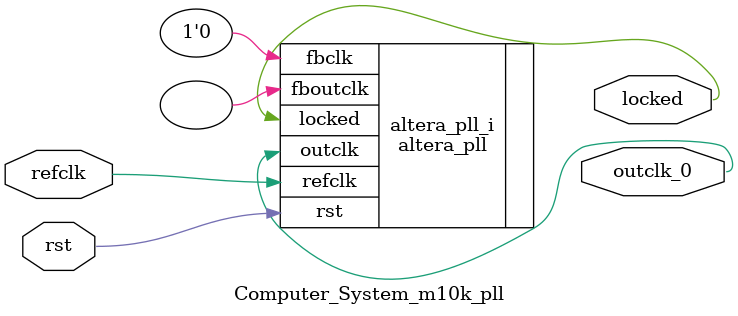
<source format=v>
`timescale 1ns/10ps
module  Computer_System_m10k_pll(

	// interface 'refclk'
	input wire refclk,

	// interface 'reset'
	input wire rst,

	// interface 'outclk0'
	output wire outclk_0,

	// interface 'locked'
	output wire locked
);

	altera_pll #(
		.fractional_vco_multiplier("false"),
		.reference_clock_frequency("100.0 MHz"),
		.operation_mode("direct"),
		.number_of_clocks(1),
		.output_clock_frequency0("100.000000 MHz"),
		.phase_shift0("0 ps"),
		.duty_cycle0(50),
		.output_clock_frequency1("0 MHz"),
		.phase_shift1("0 ps"),
		.duty_cycle1(50),
		.output_clock_frequency2("0 MHz"),
		.phase_shift2("0 ps"),
		.duty_cycle2(50),
		.output_clock_frequency3("0 MHz"),
		.phase_shift3("0 ps"),
		.duty_cycle3(50),
		.output_clock_frequency4("0 MHz"),
		.phase_shift4("0 ps"),
		.duty_cycle4(50),
		.output_clock_frequency5("0 MHz"),
		.phase_shift5("0 ps"),
		.duty_cycle5(50),
		.output_clock_frequency6("0 MHz"),
		.phase_shift6("0 ps"),
		.duty_cycle6(50),
		.output_clock_frequency7("0 MHz"),
		.phase_shift7("0 ps"),
		.duty_cycle7(50),
		.output_clock_frequency8("0 MHz"),
		.phase_shift8("0 ps"),
		.duty_cycle8(50),
		.output_clock_frequency9("0 MHz"),
		.phase_shift9("0 ps"),
		.duty_cycle9(50),
		.output_clock_frequency10("0 MHz"),
		.phase_shift10("0 ps"),
		.duty_cycle10(50),
		.output_clock_frequency11("0 MHz"),
		.phase_shift11("0 ps"),
		.duty_cycle11(50),
		.output_clock_frequency12("0 MHz"),
		.phase_shift12("0 ps"),
		.duty_cycle12(50),
		.output_clock_frequency13("0 MHz"),
		.phase_shift13("0 ps"),
		.duty_cycle13(50),
		.output_clock_frequency14("0 MHz"),
		.phase_shift14("0 ps"),
		.duty_cycle14(50),
		.output_clock_frequency15("0 MHz"),
		.phase_shift15("0 ps"),
		.duty_cycle15(50),
		.output_clock_frequency16("0 MHz"),
		.phase_shift16("0 ps"),
		.duty_cycle16(50),
		.output_clock_frequency17("0 MHz"),
		.phase_shift17("0 ps"),
		.duty_cycle17(50),
		.pll_type("General"),
		.pll_subtype("General")
	) altera_pll_i (
		.rst	(rst),
		.outclk	({outclk_0}),
		.locked	(locked),
		.fboutclk	( ),
		.fbclk	(1'b0),
		.refclk	(refclk)
	);
endmodule


</source>
